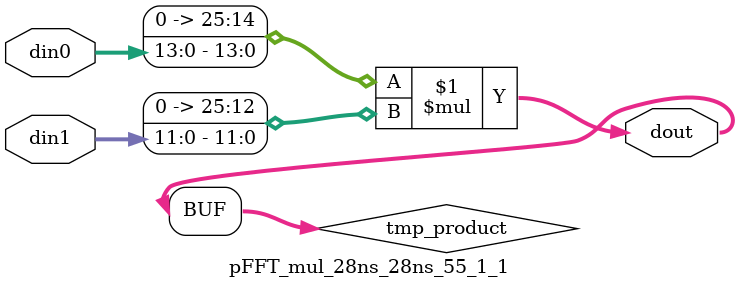
<source format=v>

`timescale 1 ns / 1 ps

 module pFFT_mul_28ns_28ns_55_1_1(din0, din1, dout);
parameter ID = 1;
parameter NUM_STAGE = 0;
parameter din0_WIDTH = 14;
parameter din1_WIDTH = 12;
parameter dout_WIDTH = 26;

input [din0_WIDTH - 1 : 0] din0; 
input [din1_WIDTH - 1 : 0] din1; 
output [dout_WIDTH - 1 : 0] dout;

wire signed [dout_WIDTH - 1 : 0] tmp_product;
























assign tmp_product = $signed({1'b0, din0}) * $signed({1'b0, din1});











assign dout = tmp_product;





















endmodule

</source>
